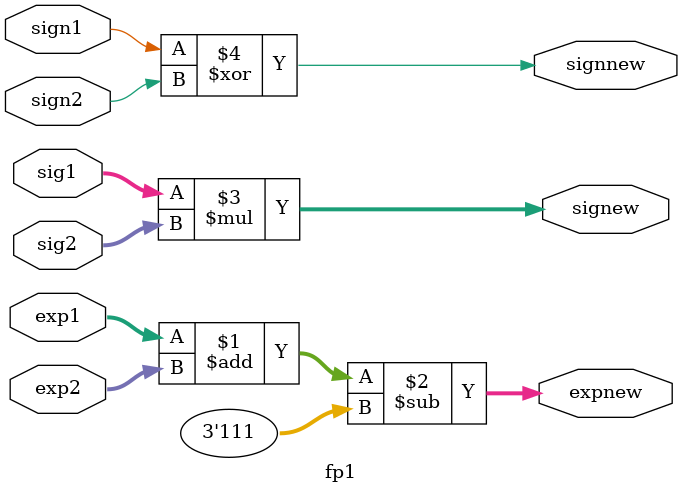
<source format=v>
module fp1(sig1, sig2, exp1, exp2, sign1, sign2, signew, expnew, signnew);
input wire [10:0] sig1, sig2; 
input wire [3:0] exp1, exp2;
input wire sign1, sign2;
output wire [21:0] signew;
output wire [4:0] expnew;
output wire signnew;


assign expnew = exp1 + exp2 - 3'b111;
assign signew = sig1 * sig2;
assign signnew = sign1 ^ sign2;

endmodule

</source>
